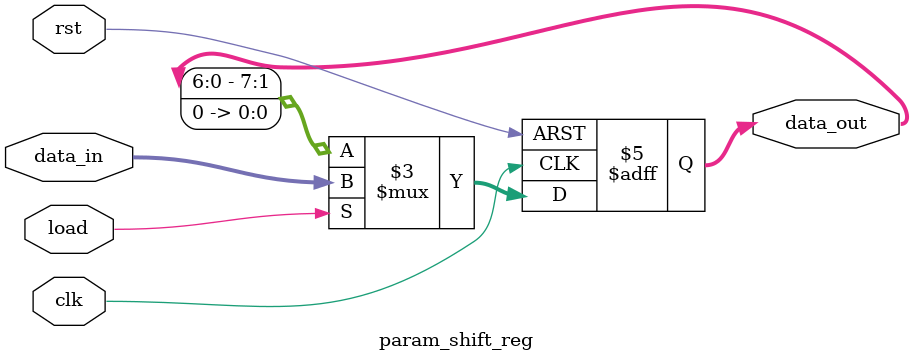
<source format=v>
module param_shift_reg #(
    parameter WIDTH = 8
)(
    input clk,
    input rst,
    input load,
    input [WIDTH-1:0] data_in,
    output reg [WIDTH-1:0] data_out
);
always @(posedge clk or posedge rst)
begin
    if(rst)
        data_out <= 0;
    else if(load)
        data_out <= data_in;
    else
        data_out <= {data_out[WIDTH-2:0], 1'b0};
end
endmodule
</source>
